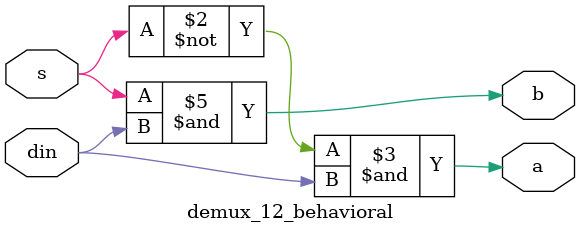
<source format=v>
module demux_12_behavioral (a, b, s, din);

output reg a, b;
input s, din;

reg out1, out2;

always @ (s, din)
begin
	out1 = ~(~s & din);
	out2 = ~(s & din);

	a = ~(out1 & out1);
	b = ~(out2 & out2);
end

endmodule
</source>
